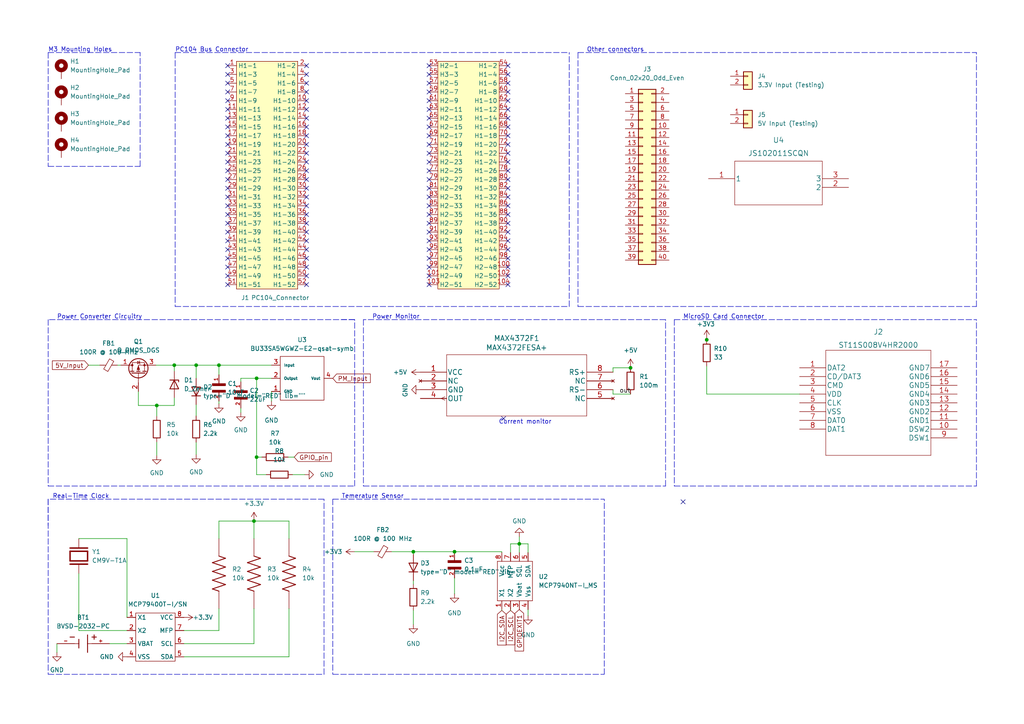
<source format=kicad_sch>
(kicad_sch (version 20211123) (generator eeschema)
  (paper "A4")
  (lib_symbols
    (symbol "BVSD-2032-PC:BVSD-2032-PC" (pin_names (offset 1.016) hide)
      (property "Reference" "BT" (at -3.81 3.81 0))
      (property "Value" "BVSD-2032-PC" (at -3.81 -5.08 0))
      (symbol "BVSD-2032-PC_0_0"
        (pin passive line (at -7.62 0 0) (length 5.08) (name "~") (number "+"))
        (pin passive line (at 7.62 0 180) (length 5.08) (name "~") (number "-"))
      )
    )
    (symbol "Buffer:ST11S008V4HR2000" (pin_names (offset 0.254))
      (property "Reference" "J" (at 22.86 10.16 0))
      (property "Value" "ST11S008V4HR2000" (at 22.86 7.62 0))
      (symbol "ST11S008V4HR2000_1_1"
        (pin bidirectional line (at 0 0 0) (length 7.62) (name "DAT2") (number "1"))
        (pin bidirectional line (at 45.72 -17.78 180) (length 7.62) (name "DSW2") (number "10"))
        (pin power_in line (at 45.72 -15.24 180) (length 7.62) (name "GND1") (number "11"))
        (pin power_in line (at 45.72 -12.7 180) (length 7.62) (name "GND2") (number "12"))
        (pin power_in line (at 45.72 -10.16 180) (length 7.62) (name "GND3") (number "13"))
        (pin power_in line (at 45.72 -7.62 180) (length 7.62) (name "GND4") (number "14"))
        (pin power_in line (at 45.72 -5.08 180) (length 7.62) (name "GND5") (number "15"))
        (pin power_in line (at 45.72 -2.54 180) (length 7.62) (name "GND6") (number "16"))
        (pin power_in line (at 45.72 0 180) (length 7.62) (name "GND7") (number "17"))
        (pin unspecified line (at 0 -2.54 0) (length 7.62) (name "CD/DAT3") (number "2"))
        (pin unspecified line (at 0 -5.08 0) (length 7.62) (name "CMD") (number "3"))
        (pin power_in line (at 0 -7.62 0) (length 7.62) (name "VDD") (number "4"))
        (pin unspecified line (at 0 -10.16 0) (length 7.62) (name "CLK") (number "5"))
        (pin power_in line (at 0 -12.7 0) (length 7.62) (name "VSS") (number "6"))
        (pin bidirectional line (at 0 -15.24 0) (length 7.62) (name "DAT0") (number "7"))
        (pin bidirectional line (at 0 -17.78 0) (length 7.62) (name "DAT1") (number "8"))
        (pin bidirectional line (at 45.72 -20.32 180) (length 7.62) (name "DSW1") (number "9"))
      )
    )
    (symbol "CM9V-T1A-32.768KHZ-9PF-20PPM-TA-QC:CM9V-T1A-32.768KHZ-9PF-20PPM-TA-QC" (pin_numbers hide) (pin_names (offset 1.016) hide)
      (property "Reference" "Y" (at -5.08 3.81 0))
      (property "Value" "CM9V-T1A-32.768KHZ-9PF-20PPM-TA-QC" (at -5.1054 -5.1054 0))
      (symbol "CM9V-T1A-32.768KHZ-9PF-20PPM-TA-QC_0_0"
        (pin passive line (at -5.08 0 0) (length 2.54) (name "~") (number "1"))
        (pin passive line (at 5.08 0 180) (length 2.54) (name "~") (number "2"))
      )
    )
    (symbol "Connector_Generic:Conn_01x02" (pin_names (offset 1.016) hide)
      (property "Reference" "J" (at 0 2.54 0))
      (property "Value" "Conn_01x02" (at 0 -5.08 0))
      (symbol "Conn_01x02_1_1"
        (pin passive line (at -5.08 0 0) (length 3.81) (name "Pin_1") (number "1"))
        (pin passive line (at -5.08 -2.54 0) (length 3.81) (name "Pin_2") (number "2"))
      )
    )
    (symbol "Connector_Generic:Conn_02x20_Odd_Even" (pin_names (offset 1.016) hide)
      (property "Reference" "J" (at 1.27 25.4 0))
      (property "Value" "Conn_02x20_Odd_Even" (at 1.27 -27.94 0))
      (symbol "Conn_02x20_Odd_Even_1_1"
        (pin passive line (at -5.08 22.86 0) (length 3.81) (name "Pin_1") (number "1"))
        (pin passive line (at 7.62 12.7 180) (length 3.81) (name "Pin_10") (number "10"))
        (pin passive line (at -5.08 10.16 0) (length 3.81) (name "Pin_11") (number "11"))
        (pin passive line (at 7.62 10.16 180) (length 3.81) (name "Pin_12") (number "12"))
        (pin passive line (at -5.08 7.62 0) (length 3.81) (name "Pin_13") (number "13"))
        (pin passive line (at 7.62 7.62 180) (length 3.81) (name "Pin_14") (number "14"))
        (pin passive line (at -5.08 5.08 0) (length 3.81) (name "Pin_15") (number "15"))
        (pin passive line (at 7.62 5.08 180) (length 3.81) (name "Pin_16") (number "16"))
        (pin passive line (at -5.08 2.54 0) (length 3.81) (name "Pin_17") (number "17"))
        (pin passive line (at 7.62 2.54 180) (length 3.81) (name "Pin_18") (number "18"))
        (pin passive line (at -5.08 0 0) (length 3.81) (name "Pin_19") (number "19"))
        (pin passive line (at 7.62 22.86 180) (length 3.81) (name "Pin_2") (number "2"))
        (pin passive line (at 7.62 0 180) (length 3.81) (name "Pin_20") (number "20"))
        (pin passive line (at -5.08 -2.54 0) (length 3.81) (name "Pin_21") (number "21"))
        (pin passive line (at 7.62 -2.54 180) (length 3.81) (name "Pin_22") (number "22"))
        (pin passive line (at -5.08 -5.08 0) (length 3.81) (name "Pin_23") (number "23"))
        (pin passive line (at 7.62 -5.08 180) (length 3.81) (name "Pin_24") (number "24"))
        (pin passive line (at -5.08 -7.62 0) (length 3.81) (name "Pin_25") (number "25"))
        (pin passive line (at 7.62 -7.62 180) (length 3.81) (name "Pin_26") (number "26"))
        (pin passive line (at -5.08 -10.16 0) (length 3.81) (name "Pin_27") (number "27"))
        (pin passive line (at 7.62 -10.16 180) (length 3.81) (name "Pin_28") (number "28"))
        (pin passive line (at -5.08 -12.7 0) (length 3.81) (name "Pin_29") (number "29"))
        (pin passive line (at -5.08 20.32 0) (length 3.81) (name "Pin_3") (number "3"))
        (pin passive line (at 7.62 -12.7 180) (length 3.81) (name "Pin_30") (number "30"))
        (pin passive line (at -5.08 -15.24 0) (length 3.81) (name "Pin_31") (number "31"))
        (pin passive line (at 7.62 -15.24 180) (length 3.81) (name "Pin_32") (number "32"))
        (pin passive line (at -5.08 -17.78 0) (length 3.81) (name "Pin_33") (number "33"))
        (pin passive line (at 7.62 -17.78 180) (length 3.81) (name "Pin_34") (number "34"))
        (pin passive line (at -5.08 -20.32 0) (length 3.81) (name "Pin_35") (number "35"))
        (pin passive line (at 7.62 -20.32 180) (length 3.81) (name "Pin_36") (number "36"))
        (pin passive line (at -5.08 -22.86 0) (length 3.81) (name "Pin_37") (number "37"))
        (pin passive line (at 7.62 -22.86 180) (length 3.81) (name "Pin_38") (number "38"))
        (pin passive line (at -5.08 -25.4 0) (length 3.81) (name "Pin_39") (number "39"))
        (pin passive line (at 7.62 20.32 180) (length 3.81) (name "Pin_4") (number "4"))
        (pin passive line (at 7.62 -25.4 180) (length 3.81) (name "Pin_40") (number "40"))
        (pin passive line (at -5.08 17.78 0) (length 3.81) (name "Pin_5") (number "5"))
        (pin passive line (at 7.62 17.78 180) (length 3.81) (name "Pin_6") (number "6"))
        (pin passive line (at -5.08 15.24 0) (length 3.81) (name "Pin_7") (number "7"))
        (pin passive line (at 7.62 15.24 180) (length 3.81) (name "Pin_8") (number "8"))
        (pin passive line (at -5.08 12.7 0) (length 3.81) (name "Pin_9") (number "9"))
      )
    )
    (symbol "Daughterboard_Symbols:CL10B104KB8NNNL" (pin_names (offset 1.016) hide)
      (property "Reference" "C" (at 0 3.81 0))
      (property "Value" "CL10B104KB8NNNL" (at 0 -5.08 0))
      (symbol "CL10B104KB8NNNL_0_0"
        (pin passive line (at -2.54 0 0) (length 2.54) (name "~") (number "1"))
        (pin passive line (at 5.08 0 180) (length 2.54) (name "~") (number "2"))
      )
    )
    (symbol "Daughterboard_Symbols:JS102011SCQN" (pin_names (offset 0.254))
      (property "Reference" "U" (at 20.32 10.16 0))
      (property "Value" "JS102011SCQN" (at 20.32 7.62 0))
      (symbol "JS102011SCQN_1_1"
        (pin unspecified line (at 0 0 0) (length 7.62) (name "1") (number "1"))
        (pin unspecified line (at 40.64 -2.54 180) (length 7.62) (name "2") (number "2"))
        (pin unspecified line (at 40.64 0 180) (length 7.62) (name "3") (number "3"))
      )
    )
    (symbol "Device:D_Zener" (pin_numbers hide) (pin_names (offset 1.016) hide)
      (property "Reference" "D" (at 0 2.54 0))
      (property "Value" "D_Zener" (at 0 -2.54 0))
      (symbol "D_Zener_1_1"
        (pin passive line (at -3.81 0 0) (length 2.54) (name "K") (number "1"))
        (pin passive line (at 3.81 0 180) (length 2.54) (name "A") (number "2"))
      )
    )
    (symbol "Device:FerriteBead_Small" (pin_numbers hide) (pin_names (offset 0))
      (property "Reference" "FB" (at 1.905 1.27 0))
      (property "Value" "FerriteBead_Small" (at 1.905 -1.27 0))
      (symbol "FerriteBead_Small_1_1"
        (pin passive line (at 0 2.54 270) (length 1.27) (name "~") (number "1"))
        (pin passive line (at 0 -2.54 90) (length 1.27) (name "~") (number "2"))
      )
    )
    (symbol "Device:Q_PMOS_DGS" (pin_names (offset 0) hide)
      (property "Reference" "Q" (at 5.08 1.27 0))
      (property "Value" "Q_PMOS_DGS" (at 5.08 -1.27 0))
      (symbol "Q_PMOS_DGS_1_1"
        (pin passive line (at 2.54 5.08 270) (length 2.54) (name "D") (number "1"))
        (pin input line (at -5.08 0 0) (length 2.54) (name "G") (number "2"))
        (pin passive line (at 2.54 -5.08 90) (length 2.54) (name "S") (number "3"))
      )
    )
    (symbol "Device:R" (pin_numbers hide) (pin_names (offset 0))
      (property "Reference" "R" (at 2.032 0 90))
      (property "Value" "R" (at 0 0 90))
      (symbol "R_1_1"
        (pin passive line (at 0 3.81 270) (length 1.27) (name "~") (number "1"))
        (pin passive line (at 0 -3.81 90) (length 1.27) (name "~") (number "2"))
      )
    )
    (symbol "ESR03EZPF1002:ESR03EZPF1002" (pin_numbers hide) (pin_names (offset 1.016) hide)
      (property "Reference" "R" (at -7.62 2.54 0))
      (property "Value" "ESR03EZPF1002" (at -7.62 -5.08 0))
      (symbol "ESR03EZPF1002_0_0"
        (pin passive line (at -10.16 0 0) (length 5.08) (name "~") (number "1"))
        (pin passive line (at 10.16 0 180) (length 5.08) (name "~") (number "2"))
      )
    )
    (symbol "Imported_OBC_Library:+3.3V" (power) (pin_names (offset 0))
      (property "Value" "+3.3V" (at 0 3.556 0))
      (symbol "+3.3V_1_1"
        (pin power_in line (at 0 0 90) (length 0) hide (name "+3V3") (number "1"))
      )
    )
    (symbol "Imported_OBC_Library:BU33SA5WGWZ-E2-qsat-symb" (pin_names (offset 1.016))
      (property "Reference" "U" (at 0 -16.51 0))
      (property "Value" "BU33SA5WGWZ-E2-qsat-symb" (at 0 15.24 0))
      (symbol "BU33SA5WGWZ-E2-qsat-symb_1_1"
        (pin output line (at 3.81 -8.89 90) (length 2.54) (name "GND") (number "1"))
        (pin output line (at 0 -8.89 90) (length 2.54) (name "Output") (number "2"))
        (pin input line (at -3.81 -8.89 90) (length 2.54) (name "Input") (number "3"))
        (pin output line (at 0 8.89 270) (length 2.54) (name "Vout") (number "4"))
      )
    )
    (symbol "Imported_OBC_Library:MCP7940NT-I_MS" (pin_names (offset 1.016))
      (property "Reference" "U" (at 0 -15.24 0))
      (property "Value" "MCP7940NT-I_MS" (at 0 13.97 0))
      (symbol "MCP7940NT-I_MS_1_1"
        (pin input line (at -3.81 -8.89 90) (length 2.54) (name "X1") (number "1"))
        (pin output line (at -1.27 -8.89 90) (length 2.54) (name "X2") (number "2"))
        (pin input line (at 1.27 -8.89 90) (length 2.54) (name "Vbat") (number "3"))
        (pin output line (at 3.81 -8.89 90) (length 2.54) (name "Vss") (number "4"))
        (pin output line (at 3.81 7.62 270) (length 2.54) (name "SDA") (number "5"))
        (pin output line (at 1.27 7.62 270) (length 2.54) (name "SCL") (number "6"))
        (pin output line (at -1.27 7.62 270) (length 2.54) (name "MFP") (number "7"))
        (pin input line (at -3.81 7.62 270) (length 2.54) (name "Vcc") (number "8"))
      )
    )
    (symbol "Imported_OBC_Library:power_+3V3" (power) (pin_names (offset 0))
      (property "Value" "power_+3V3" (at 0 3.556 0))
      (symbol "power_+3V3_1_1"
        (pin power_in line (at 0 0 90) (length 0) hide (name "+3V3") (number "1"))
      )
    )
    (symbol "Mechanical:MountingHole_Pad" (pin_numbers hide) (pin_names (offset 1.016) hide)
      (property "Reference" "H" (at 0 6.35 0))
      (property "Value" "MountingHole_Pad" (at 0 4.445 0))
      (symbol "MountingHole_Pad_1_1"
        (pin input line (at 0 -2.54 90) (length 2.54) (name "1") (number "1"))
      )
    )
    (symbol "STM32_Breakout-rescue:MAX4372FESA+-MAX4372FESA+" (pin_names (offset 0.254))
      (property "Reference" "U" (at 27.94 10.16 0))
      (property "Value" "MAX4372FESA+-MAX4372FESA+" (at 27.94 7.62 0))
      (symbol "MAX4372FESA+-MAX4372FESA+_1_1"
        (pin power_in line (at 0 0 0) (length 7.62) (name "VCC") (number "1"))
        (pin no_connect line (at 0 -2.54 0) (length 7.62) (name "NC") (number "2"))
        (pin power_in line (at 0 -5.08 0) (length 7.62) (name "GND") (number "3"))
        (pin output line (at 0 -7.62 0) (length 7.62) (name "OUT") (number "4"))
        (pin no_connect line (at 55.88 -7.62 180) (length 7.62) (name "NC") (number "5"))
        (pin unspecified line (at 55.88 -5.08 180) (length 7.62) (name "RS-") (number "6"))
        (pin no_connect line (at 55.88 -2.54 180) (length 7.62) (name "NC") (number "7"))
        (pin unspecified line (at 55.88 0 180) (length 7.62) (name "RS+") (number "8"))
      )
    )
    (symbol "Simulation_SPICE:DIODE" (pin_numbers hide) (pin_names (offset 1.016) hide)
      (property "Reference" "D" (at 0 2.54 0))
      (property "Value" "DIODE" (at 0 -2.54 0))
      (symbol "DIODE_1_1"
        (pin passive line (at -3.81 0 0) (length 2.54) (name "A") (number "1"))
        (pin passive line (at 3.81 0 180) (length 2.54) (name "K") (number "2"))
      )
    )
    (symbol "Timer_RTC:MCP79400T-I{slash}SN"
      (property "Reference" "U" (at 2.54 -3.81 0))
      (property "Value" "MCP79400T-I{slash}SN" (at 2.54 -1.27 0))
      (symbol "MCP79400T-I{slash}SN_1_1"
        (pin input line (at -6.35 -6.35 0) (length 2.54) (name "X1") (number "1"))
        (pin output line (at -6.35 -10.16 0) (length 2.54) (name "X2") (number "2"))
        (pin input line (at -6.35 -13.97 0) (length 2.54) (name "VBAT") (number "3"))
        (pin output line (at -6.35 -17.78 0) (length 2.54) (name "VSS") (number "4"))
        (pin bidirectional line (at 10.16 -17.78 180) (length 2.54) (name "SDA") (number "5"))
        (pin input line (at 10.16 -13.97 180) (length 2.54) (name "SCL") (number "6"))
        (pin output line (at 10.16 -10.16 180) (length 2.54) (name "MFP") (number "7"))
        (pin bidirectional line (at 10.16 -6.35 180) (length 2.54) (name "VCC") (number "8"))
      )
    )
    (symbol "power:+3.3V" (power) (pin_names (offset 0))
      (property "Value" "+3.3V" (at 0 3.556 0))
      (symbol "+3.3V_1_1"
        (pin power_in line (at 0 0 90) (length 0) hide (name "+3.3V") (number "1"))
      )
    )
    (symbol "power:+5V" (power) (pin_names (offset 0))
      (property "Value" "+5V" (at 0 3.556 0))
      (symbol "+5V_1_1"
        (pin power_in line (at 0 0 90) (length 0) hide (name "+5V") (number "1"))
      )
    )
    (symbol "power:GND" (power) (pin_names (offset 0))
      (property "Value" "GND" (at 0 -3.81 0))
      (symbol "GND_1_1"
        (pin power_in line (at 0 0 270) (length 0) hide (name "GND") (number "1"))
      )
    )
    (symbol "qset-connector-library:PC104_Connector"
      (property "Reference" "J" (at -36.83 -71.12 0))
      (property "Value" "PC104_Connector" (at -26.67 -71.12 0))
      (symbol "PC104_Connector_1_1"
        (pin bidirectional line (at -40.64 -3.81 0) (length 2.54) (name "H1-1") (number "1"))
        (pin bidirectional line (at -17.78 -13.97 180) (length 2.54) (name "H1-10") (number "10"))
        (pin bidirectional line (at 40.64 -62.23 180) (length 2.54) (name "H2-48") (number "100"))
        (pin bidirectional line (at 17.78 -64.77 0) (length 2.54) (name "H2-49") (number "101"))
        (pin bidirectional line (at 40.64 -64.77 180) (length 2.54) (name "H2-50") (number "102"))
        (pin bidirectional line (at 17.78 -67.31 0) (length 2.54) (name "H2-51") (number "103"))
        (pin bidirectional line (at 40.64 -67.31 180) (length 2.54) (name "H2-52") (number "104"))
        (pin bidirectional line (at -40.64 -16.51 0) (length 2.54) (name "H1-11") (number "11"))
        (pin bidirectional line (at -17.78 -16.51 180) (length 2.54) (name "H1-12") (number "12"))
        (pin bidirectional line (at -40.64 -19.05 0) (length 2.54) (name "H1-13") (number "13"))
        (pin bidirectional line (at -17.78 -19.05 180) (length 2.54) (name "H1-14") (number "14"))
        (pin bidirectional line (at -40.64 -21.59 0) (length 2.54) (name "H1-15") (number "15"))
        (pin bidirectional line (at -17.78 -21.59 180) (length 2.54) (name "H1-16") (number "16"))
        (pin bidirectional line (at -40.64 -24.13 0) (length 2.54) (name "H1-17") (number "17"))
        (pin bidirectional line (at -17.78 -24.13 180) (length 2.54) (name "H1-18") (number "18"))
        (pin bidirectional line (at -40.64 -26.67 0) (length 2.54) (name "H1-19") (number "19"))
        (pin bidirectional line (at -17.78 -3.81 180) (length 2.54) (name "H1-2") (number "2"))
        (pin bidirectional line (at -17.78 -26.67 180) (length 2.54) (name "H1-20") (number "20"))
        (pin bidirectional line (at -40.64 -29.21 0) (length 2.54) (name "H1-21") (number "21"))
        (pin bidirectional line (at -17.78 -29.21 180) (length 2.54) (name "H1-22") (number "22"))
        (pin bidirectional line (at -40.64 -31.75 0) (length 2.54) (name "H1-23") (number "23"))
        (pin bidirectional line (at -17.78 -31.75 180) (length 2.54) (name "H1-24") (number "24"))
        (pin bidirectional line (at -40.64 -34.29 0) (length 2.54) (name "H1-25") (number "25"))
        (pin bidirectional line (at -17.78 -34.29 180) (length 2.54) (name "H1-26") (number "26"))
        (pin bidirectional line (at -40.64 -36.83 0) (length 2.54) (name "H1-27") (number "27"))
        (pin bidirectional line (at -17.78 -36.83 180) (length 2.54) (name "H1-28") (number "28"))
        (pin bidirectional line (at -40.64 -39.37 0) (length 2.54) (name "H1-29") (number "29"))
        (pin bidirectional line (at -40.64 -6.35 0) (length 2.54) (name "H1-3") (number "3"))
        (pin bidirectional line (at -17.78 -39.37 180) (length 2.54) (name "H1-30") (number "30"))
        (pin bidirectional line (at -40.64 -41.91 0) (length 2.54) (name "H1-31") (number "31"))
        (pin bidirectional line (at -17.78 -41.91 180) (length 2.54) (name "H1-32") (number "32"))
        (pin bidirectional line (at -40.64 -44.45 0) (length 2.54) (name "H1-33") (number "33"))
        (pin bidirectional line (at -17.78 -44.45 180) (length 2.54) (name "H1-34") (number "34"))
        (pin bidirectional line (at -40.64 -46.99 0) (length 2.54) (name "H1-35") (number "35"))
        (pin bidirectional line (at -17.78 -46.99 180) (length 2.54) (name "H1-36") (number "36"))
        (pin bidirectional line (at -40.64 -49.53 0) (length 2.54) (name "H1-37") (number "37"))
        (pin bidirectional line (at -17.78 -49.53 180) (length 2.54) (name "H1-38") (number "38"))
        (pin bidirectional line (at -40.64 -52.07 0) (length 2.54) (name "H1-39") (number "39"))
        (pin bidirectional line (at -17.78 -6.35 180) (length 2.54) (name "H1-4") (number "4"))
        (pin bidirectional line (at -17.78 -52.07 180) (length 2.54) (name "H1-40") (number "40"))
        (pin bidirectional line (at -40.64 -54.61 0) (length 2.54) (name "H1-41") (number "41"))
        (pin bidirectional line (at -17.78 -54.61 180) (length 2.54) (name "H1-42") (number "42"))
        (pin bidirectional line (at -40.64 -57.15 0) (length 2.54) (name "H1-43") (number "43"))
        (pin bidirectional line (at -17.78 -57.15 180) (length 2.54) (name "H1-44") (number "44"))
        (pin bidirectional line (at -40.64 -59.69 0) (length 2.54) (name "H1-45") (number "45"))
        (pin bidirectional line (at -17.78 -59.69 180) (length 2.54) (name "H1-46") (number "46"))
        (pin bidirectional line (at -40.64 -62.23 0) (length 2.54) (name "H1-47") (number "47"))
        (pin bidirectional line (at -17.78 -62.23 180) (length 2.54) (name "H1-48") (number "48"))
        (pin bidirectional line (at -40.64 -64.77 0) (length 2.54) (name "H1-49") (number "49"))
        (pin bidirectional line (at -40.64 -8.89 0) (length 2.54) (name "H1-5") (number "5"))
        (pin bidirectional line (at -17.78 -64.77 180) (length 2.54) (name "H1-50") (number "50"))
        (pin bidirectional line (at -40.64 -67.31 0) (length 2.54) (name "H1-51") (number "51"))
        (pin bidirectional line (at -17.78 -67.31 180) (length 2.54) (name "H1-52") (number "52"))
        (pin bidirectional line (at 17.78 -3.81 0) (length 2.54) (name "H2-1") (number "53"))
        (pin bidirectional line (at 40.64 -3.81 180) (length 2.54) (name "H1-2") (number "54"))
        (pin bidirectional line (at 17.78 -6.35 0) (length 2.54) (name "H3-3") (number "55"))
        (pin bidirectional line (at 40.64 -6.35 180) (length 2.54) (name "H1-4") (number "56"))
        (pin bidirectional line (at 17.78 -8.89 0) (length 2.54) (name "H2-5") (number "57"))
        (pin bidirectional line (at 40.64 -8.89 180) (length 2.54) (name "H1-6") (number "58"))
        (pin bidirectional line (at 17.78 -11.43 0) (length 2.54) (name "H2-7") (number "59"))
        (pin bidirectional line (at -17.78 -8.89 180) (length 2.54) (name "H1-6") (number "6"))
        (pin bidirectional line (at 40.64 -11.43 180) (length 2.54) (name "H1-8") (number "60"))
        (pin bidirectional line (at 17.78 -13.97 0) (length 2.54) (name "H2-9") (number "61"))
        (pin bidirectional line (at 40.64 -13.97 180) (length 2.54) (name "H1-10") (number "62"))
        (pin bidirectional line (at 17.78 -16.51 0) (length 2.54) (name "H2-11") (number "63"))
        (pin bidirectional line (at 40.64 -16.51 180) (length 2.54) (name "H1-12") (number "64"))
        (pin bidirectional line (at 17.78 -19.05 0) (length 2.54) (name "H2-13") (number "65"))
        (pin bidirectional line (at 40.64 -19.05 180) (length 2.54) (name "H1-14") (number "66"))
        (pin bidirectional line (at 17.78 -21.59 0) (length 2.54) (name "H2-15") (number "67"))
        (pin bidirectional line (at 40.64 -21.59 180) (length 2.54) (name "H1-16") (number "68"))
        (pin bidirectional line (at 17.78 -24.13 0) (length 2.54) (name "H2-17") (number "69"))
        (pin bidirectional line (at -40.64 -11.43 0) (length 2.54) (name "H1-7") (number "7"))
        (pin bidirectional line (at 40.64 -24.13 180) (length 2.54) (name "H1-18") (number "70"))
        (pin bidirectional line (at 17.78 -26.67 0) (length 2.54) (name "H2-19") (number "71"))
        (pin bidirectional line (at 40.64 -26.67 180) (length 2.54) (name "H1-20") (number "72"))
        (pin bidirectional line (at 17.78 -29.21 0) (length 2.54) (name "H2-21") (number "73"))
        (pin bidirectional line (at 40.64 -29.21 180) (length 2.54) (name "H1-22") (number "74"))
        (pin bidirectional line (at 17.78 -31.75 0) (length 2.54) (name "H2-23") (number "75"))
        (pin bidirectional line (at 40.64 -31.75 180) (length 2.54) (name "H1-24") (number "76"))
        (pin bidirectional line (at 17.78 -34.29 0) (length 2.54) (name "H2-25") (number "77"))
        (pin bidirectional line (at 40.64 -34.29 180) (length 2.54) (name "H1-26") (number "78"))
        (pin bidirectional line (at 17.78 -36.83 0) (length 2.54) (name "H2-27") (number "79"))
        (pin bidirectional line (at -17.78 -11.43 180) (length 2.54) (name "H1-8") (number "8"))
        (pin bidirectional line (at 40.64 -36.83 180) (length 2.54) (name "H1-28") (number "80"))
        (pin bidirectional line (at 17.78 -39.37 0) (length 2.54) (name "H2-29") (number "81"))
        (pin bidirectional line (at 40.64 -39.37 180) (length 2.54) (name "H1-30") (number "82"))
        (pin bidirectional line (at 17.78 -41.91 0) (length 2.54) (name "H2-31") (number "83"))
        (pin bidirectional line (at 40.64 -41.91 180) (length 2.54) (name "H1-32") (number "84"))
        (pin bidirectional line (at 17.78 -44.45 0) (length 2.54) (name "H2-33") (number "85"))
        (pin bidirectional line (at 40.64 -44.45 180) (length 2.54) (name "H1-34") (number "86"))
        (pin bidirectional line (at 17.78 -46.99 0) (length 2.54) (name "H2-35") (number "87"))
        (pin bidirectional line (at 40.64 -46.99 180) (length 2.54) (name "H1-36") (number "88"))
        (pin bidirectional line (at 17.78 -49.53 0) (length 2.54) (name "H2-37") (number "89"))
        (pin bidirectional line (at -40.64 -13.97 0) (length 2.54) (name "H1-9") (number "9"))
        (pin bidirectional line (at 40.64 -49.53 180) (length 2.54) (name "H1-38") (number "90"))
        (pin bidirectional line (at 17.78 -52.07 0) (length 2.54) (name "H2-39") (number "91"))
        (pin bidirectional line (at 40.64 -52.07 180) (length 2.54) (name "H1-40") (number "92"))
        (pin bidirectional line (at 17.78 -54.61 0) (length 2.54) (name "H2-41") (number "93"))
        (pin bidirectional line (at 40.64 -54.61 180) (length 2.54) (name "H1-42") (number "94"))
        (pin bidirectional line (at 17.78 -57.15 0) (length 2.54) (name "H2-43") (number "95"))
        (pin bidirectional line (at 40.64 -57.15 180) (length 2.54) (name "H1-44") (number "96"))
        (pin bidirectional line (at 17.78 -59.69 0) (length 2.54) (name "H2-45") (number "97"))
        (pin bidirectional line (at 40.64 -59.69 180) (length 2.54) (name "H2-46") (number "98"))
        (pin bidirectional line (at 17.78 -62.23 0) (length 2.54) (name "H2-47") (number "99"))
      )
    )
  )
  (junction (at 119.888 160.02))
  (junction (at 50.546 105.918))
  (junction (at 74.422 132.588))
  (junction (at 73.66 151.13))
  (junction (at 56.896 105.918))
  (junction (at 182.88 106.68))
  (junction (at 74.422 109.728))
  (junction (at 150.622 157.734))
  (junction (at 45.466 117.602))
  (junction (at 204.978 98.552))
  (junction (at 131.826 160.02))
  (junction (at 63.5 105.918))
  (no_connect (at 198.12 145.542))
  (no_connect (at 66.04 29.21))
  (no_connect (at 66.04 31.75))
  (no_connect (at 66.04 46.99))
  (no_connect (at 66.04 19.05))
  (no_connect (at 66.04 21.59))
  (no_connect (at 66.04 24.13))
  (no_connect (at 66.04 26.67))
  (no_connect (at 66.04 34.29))
  (no_connect (at 66.04 36.83))
  (no_connect (at 66.04 39.37))
  (no_connect (at 66.04 41.91))
  (no_connect (at 66.04 44.45))
  (no_connect (at 66.04 59.69))
  (no_connect (at 66.04 62.23))
  (no_connect (at 66.04 64.77))
  (no_connect (at 66.04 67.31))
  (no_connect (at 66.04 69.85))
  (no_connect (at 66.04 72.39))
  (no_connect (at 66.04 74.93))
  (no_connect (at 66.04 77.47))
  (no_connect (at 66.04 80.01))
  (no_connect (at 66.04 82.55))
  (no_connect (at 88.9 82.55))
  (no_connect (at 88.9 80.01))
  (no_connect (at 88.9 77.47))
  (no_connect (at 88.9 74.93))
  (no_connect (at 88.9 72.39))
  (no_connect (at 88.9 69.85))
  (no_connect (at 88.9 67.31))
  (no_connect (at 88.9 64.77))
  (no_connect (at 88.9 62.23))
  (no_connect (at 88.9 59.69))
  (no_connect (at 66.04 49.53))
  (no_connect (at 66.04 52.07))
  (no_connect (at 66.04 54.61))
  (no_connect (at 66.04 57.15))
  (no_connect (at 88.9 57.15))
  (no_connect (at 88.9 54.61))
  (no_connect (at 88.9 52.07))
  (no_connect (at 88.9 49.53))
  (no_connect (at 88.9 46.99))
  (no_connect (at 88.9 44.45))
  (no_connect (at 88.9 41.91))
  (no_connect (at 88.9 36.83))
  (no_connect (at 88.9 39.37))
  (no_connect (at 88.9 19.05))
  (no_connect (at 88.9 21.59))
  (no_connect (at 88.9 24.13))
  (no_connect (at 88.9 26.67))
  (no_connect (at 88.9 29.21))
  (no_connect (at 88.9 31.75))
  (no_connect (at 88.9 34.29))
  (no_connect (at 124.46 31.75))
  (no_connect (at 124.46 19.05))
  (no_connect (at 124.46 21.59))
  (no_connect (at 124.46 24.13))
  (no_connect (at 124.46 26.67))
  (no_connect (at 124.46 29.21))
  (no_connect (at 124.46 34.29))
  (no_connect (at 124.46 36.83))
  (no_connect (at 124.46 39.37))
  (no_connect (at 124.46 41.91))
  (no_connect (at 124.46 44.45))
  (no_connect (at 124.46 46.99))
  (no_connect (at 124.46 49.53))
  (no_connect (at 124.46 52.07))
  (no_connect (at 124.46 54.61))
  (no_connect (at 124.46 57.15))
  (no_connect (at 124.46 59.69))
  (no_connect (at 124.46 62.23))
  (no_connect (at 124.46 64.77))
  (no_connect (at 124.46 67.31))
  (no_connect (at 124.46 69.85))
  (no_connect (at 124.46 72.39))
  (no_connect (at 124.46 74.93))
  (no_connect (at 124.46 77.47))
  (no_connect (at 124.46 80.01))
  (no_connect (at 124.46 82.55))
  (no_connect (at 147.32 82.55))
  (no_connect (at 147.32 80.01))
  (no_connect (at 147.32 77.47))
  (no_connect (at 147.32 74.93))
  (no_connect (at 147.32 72.39))
  (no_connect (at 147.32 69.85))
  (no_connect (at 147.32 67.31))
  (no_connect (at 147.32 64.77))
  (no_connect (at 147.32 62.23))
  (no_connect (at 147.32 59.69))
  (no_connect (at 147.32 57.15))
  (no_connect (at 147.32 54.61))
  (no_connect (at 147.32 52.07))
  (no_connect (at 146.05 121.412))
  (no_connect (at 147.32 29.21))
  (no_connect (at 147.32 19.05))
  (no_connect (at 147.32 21.59))
  (no_connect (at 147.32 24.13))
  (no_connect (at 147.32 26.67))
  (no_connect (at 147.32 49.53))
  (no_connect (at 147.32 46.99))
  (no_connect (at 147.32 44.45))
  (no_connect (at 147.32 41.91))
  (no_connect (at 147.32 39.37))
  (no_connect (at 147.32 36.83))
  (no_connect (at 147.32 34.29))
  (no_connect (at 147.32 31.75))
  (polyline (pts (xy 195.58 92.71) (xy 195.58 140.97)))
  (wire (pts (xy 56.896 117.348) (xy 56.896 120.65)))
  (wire (pts (xy 182.88 106.68) (xy 177.8 106.68)))
  (wire (pts (xy 36.83 156.21) (xy 22.86 156.21)))
  (wire (pts (xy 177.8 114.3) (xy 182.88 114.3)))
  (wire (pts (xy 177.8 113.03) (xy 177.8 114.3)))
  (polyline (pts (xy 167.64 88.9) (xy 283.21 88.9)))
  (wire (pts (xy 56.896 105.918) (xy 63.5 105.918)))
  (wire (pts (xy 74.422 132.588) (xy 74.422 137.668)))
  (polyline (pts (xy 50.8 15.24) (xy 50.8 88.9)))
  (wire (pts (xy 119.888 177.038) (xy 119.888 181.102)))
  (wire (pts (xy 153.162 157.734) (xy 150.622 157.734)))
  (polyline (pts (xy 195.58 92.71) (xy 283.21 92.71)))
  (wire (pts (xy 53.34 182.88) (xy 63.5 182.88)))
  (wire (pts (xy 34.036 105.918) (xy 35.052 105.918)))
  (wire (pts (xy 204.978 98.298) (xy 204.978 98.552)))
  (wire (pts (xy 177.8 106.68) (xy 177.8 107.95)))
  (polyline (pts (xy 13.97 92.71) (xy 13.97 140.97)))
  (polyline (pts (xy 175.26 195.58) (xy 175.26 144.78)))
  (wire (pts (xy 78.74 113.538) (xy 78.74 116.332)))
  (wire (pts (xy 22.86 182.88) (xy 36.83 182.88)))
  (wire (pts (xy 150.622 157.734) (xy 150.622 160.274)))
  (polyline (pts (xy 102.87 140.97) (xy 102.87 92.71)))
  (wire (pts (xy 56.896 128.27) (xy 56.896 131.826)))
  (wire (pts (xy 63.5 105.918) (xy 78.74 105.918)))
  (polyline (pts (xy 13.97 15.24) (xy 13.97 48.26)))
  (polyline (pts (xy 193.04 140.97) (xy 193.04 92.71)))
  (wire (pts (xy 45.212 105.918) (xy 50.546 105.918)))
  (wire (pts (xy 63.5 116.332) (xy 63.5 117.094)))
  (polyline (pts (xy 102.87 92.71) (xy 99.06 92.71)))
  (wire (pts (xy 63.5 156.21) (xy 63.5 151.13)))
  (polyline (pts (xy 50.8 88.9) (xy 165.1 88.9)))
  (wire (pts (xy 16.51 186.69) (xy 16.51 189.23)))
  (wire (pts (xy 153.162 176.784) (xy 153.162 178.562)))
  (wire (pts (xy 119.888 160.02) (xy 119.888 160.782)))
  (polyline (pts (xy 40.64 48.26) (xy 40.64 15.24)))
  (wire (pts (xy 148.082 176.784) (xy 148.082 177.038)))
  (wire (pts (xy 56.896 105.918) (xy 56.896 109.728)))
  (wire (pts (xy 73.66 186.69) (xy 73.66 176.53)))
  (polyline (pts (xy 102.87 92.71) (xy 13.97 92.71)))
  (wire (pts (xy 45.466 117.602) (xy 50.546 117.602)))
  (polyline (pts (xy 96.52 195.58) (xy 175.26 195.58)))
  (wire (pts (xy 83.566 132.588) (xy 85.344 132.588)))
  (wire (pts (xy 74.422 132.588) (xy 75.946 132.588)))
  (polyline (pts (xy 93.98 144.78) (xy 13.97 144.78)))
  (wire (pts (xy 119.888 160.02) (xy 131.318 160.02)))
  (wire (pts (xy 63.5 176.53) (xy 63.5 182.88)))
  (polyline (pts (xy 283.21 140.97) (xy 283.21 92.71)))
  (wire (pts (xy 36.83 179.07) (xy 36.83 156.21)))
  (wire (pts (xy 131.826 167.64) (xy 131.826 172.212)))
  (wire (pts (xy 113.538 160.02) (xy 119.888 160.02)))
  (wire (pts (xy 148.082 160.274) (xy 148.082 157.734)))
  (wire (pts (xy 73.66 151.13) (xy 73.66 156.21)))
  (wire (pts (xy 31.75 186.69) (xy 36.83 186.69)))
  (polyline (pts (xy 167.64 15.24) (xy 167.64 88.9)))
  (wire (pts (xy 40.132 113.538) (xy 40.132 117.602)))
  (polyline (pts (xy 167.64 15.24) (xy 283.21 15.24)))
  (wire (pts (xy 102.87 160.02) (xy 108.458 160.02)))
  (wire (pts (xy 50.546 105.918) (xy 50.546 107.696)))
  (wire (pts (xy 84.836 137.668) (xy 88.392 137.668)))
  (wire (pts (xy 22.86 166.37) (xy 22.86 182.88)))
  (wire (pts (xy 53.34 190.5) (xy 83.82 190.5)))
  (wire (pts (xy 69.85 109.728) (xy 69.85 110.744)))
  (polyline (pts (xy 105.41 140.97) (xy 193.04 140.97)))
  (polyline (pts (xy 283.21 88.9) (xy 283.21 15.24)))
  (wire (pts (xy 145.542 176.784) (xy 145.542 177.038)))
  (wire (pts (xy 145.542 160.02) (xy 145.542 160.274)))
  (wire (pts (xy 204.978 114.3) (xy 231.902 114.3)))
  (wire (pts (xy 74.422 137.668) (xy 77.216 137.668)))
  (polyline (pts (xy 13.97 140.97) (xy 102.87 140.97)))
  (wire (pts (xy 83.82 156.21) (xy 83.82 151.13)))
  (polyline (pts (xy 13.97 48.26) (xy 40.64 48.26)))
  (polyline (pts (xy 193.04 92.71) (xy 105.41 92.71)))
  (wire (pts (xy 53.34 186.69) (xy 73.66 186.69)))
  (wire (pts (xy 131.826 160.02) (xy 145.542 160.02)))
  (wire (pts (xy 69.85 118.364) (xy 69.85 119.634)))
  (polyline (pts (xy 96.52 144.78) (xy 175.26 144.78)))
  (wire (pts (xy 74.422 109.728) (xy 74.422 132.588)))
  (polyline (pts (xy 13.97 144.78) (xy 13.97 152.4)))
  (wire (pts (xy 25.654 105.918) (xy 28.956 105.918)))
  (wire (pts (xy 45.466 117.602) (xy 45.466 120.65)))
  (wire (pts (xy 204.978 98.552) (xy 204.978 98.806)))
  (polyline (pts (xy 93.98 195.58) (xy 93.98 144.78)))
  (polyline (pts (xy 13.97 144.78) (xy 13.97 195.58)))
  (wire (pts (xy 73.66 151.13) (xy 83.82 151.13)))
  (wire (pts (xy 74.422 109.728) (xy 69.85 109.728)))
  (wire (pts (xy 50.546 105.918) (xy 56.896 105.918)))
  (wire (pts (xy 40.132 117.602) (xy 45.466 117.602)))
  (wire (pts (xy 131.572 160.02) (xy 131.826 160.02)))
  (wire (pts (xy 63.5 105.918) (xy 63.5 108.712)))
  (wire (pts (xy 148.082 157.734) (xy 150.622 157.734)))
  (wire (pts (xy 153.162 160.274) (xy 153.162 157.734)))
  (wire (pts (xy 63.5 151.13) (xy 73.66 151.13)))
  (polyline (pts (xy 96.52 144.78) (xy 96.52 195.58)))
  (polyline (pts (xy 13.97 195.58) (xy 93.98 195.58)))
  (wire (pts (xy 50.546 115.316) (xy 50.546 117.602)))
  (polyline (pts (xy 105.41 92.71) (xy 105.41 140.97)))
  (polyline (pts (xy 50.8 15.24) (xy 165.1 15.24)))
  (polyline (pts (xy 165.1 88.9) (xy 165.1 15.24)))
  (wire (pts (xy 45.466 128.27) (xy 45.466 132.08)))
  (polyline (pts (xy 13.97 15.24) (xy 40.64 15.24)))
  (wire (pts (xy 78.74 109.728) (xy 74.422 109.728)))
  (wire (pts (xy 83.82 176.53) (xy 83.82 190.5)))
  (polyline (pts (xy 195.58 140.97) (xy 283.21 140.97)))
  (wire (pts (xy 204.978 106.172) (xy 204.978 114.3)))
  (wire (pts (xy 119.888 168.402) (xy 119.888 169.418)))
  (wire (pts (xy 150.622 155.702) (xy 150.622 157.734)))
  (text "M3 Mounting Holes\n" (at 13.97 15.24 0) (effects (font (size 1.27 1.27)) (justify left bottom)))
  (text "Current monitor\n" (at 160.02 123.19 180) (effects (font (size 1.27 1.27)) (justify right bottom)))
  (text "Other connectors" (at 170.18 15.24 0) (effects (font (size 1.27 1.27)) (justify left bottom)))
  (text "Temerature Sensor" (at 99.06 144.78 0) (effects (font (size 1.27 1.27)) (justify left bottom)))
  (text "Power Monitor" (at 107.95 92.71 0) (effects (font (size 1.27 1.27)) (justify left bottom)))
  (text "MicroSD Card Connector" (at 198.12 92.71 0) (effects (font (size 1.27 1.27)) (justify left bottom)))
  (text "PC104 Bus Connector" (at 50.8 15.24 0) (effects (font (size 1.27 1.27)) (justify left bottom)))
  (text "Real-Time Clock" (at 15.24 144.78 0) (effects (font (size 1.27 1.27)) (justify left bottom)))
  (text "Power Converter Circuitry" (at 16.51 92.71 0) (effects (font (size 1.27 1.27)) (justify left bottom)))
  (label "out" (at 182.88 114.3 180))
  (global_label "5V_Input" (shape input) (at 25.654 105.918 180) (property "Intersheet References" "${INTERSHEET_REFS}" (effects hide)))
  (global_label "GPIO_pin" (shape input) (at 85.344 132.588 0) (property "Intersheet References" "${INTERSHEET_REFS}" (effects hide)))
  (global_label "PM_Input" (shape input) (at 96.52 109.728 0) (property "Intersheet References" "${INTERSHEET_REFS}" (effects hide)))
  (global_label "I2C_SCL" (shape input) (at 148.082 177.038 270) (property "Intersheet References" "${INTERSHEET_REFS}" (effects hide)))
  (global_label "GPIOEXIT1" (shape input) (at 150.622 176.784 270) (property "Intersheet References" "${INTERSHEET_REFS}" (effects hide)))
  (global_label "I2C_SDA" (shape input) (at 145.542 177.038 270) (property "Intersheet References" "${INTERSHEET_REFS}" (effects hide)))
  (symbol (lib_id "Connector_Generic:Conn_01x02") (at 216.916 22.098 0) (unit 1)
    (property "Reference" "J4" (at 219.71 22.0979 0) (effects (justify left)))
    (property "Value" "3.3V Input (Testing)" (at 219.71 24.6379 0) (effects (justify left)))
    (property "Footprint" "Connector_PinHeader_2.54mm:PinHeader_1x02_P2.54mm_Vertical" (effects hide))
  )
  (symbol (lib_id "power:+3.3V") (at 73.66 151.13 0) (unit 1)
    (property "Reference" "#PWR0104" (effects hide))
    (property "Value" "+3.3V" (at 73.66 146.05 0))
  )
  (symbol (lib_id "Mechanical:MountingHole_Pad") (at 17.78 27.94 0) (unit 1)
    (property "Reference" "H2" (at 20.32 25.3999 0) (effects (justify left)))
    (property "Value" "MountingHole_Pad" (at 20.32 27.9399 0) (effects (justify left)))
    (property "Footprint" "MountingHole:MountingHole_3.2mm_M3_Pad_TopBottom" (effects hide))
  )
  (symbol (lib_id "Timer_RTC:MCP79400T-I{slash}SN") (at 43.18 172.72 0) (unit 1)
    (property "Reference" "U1" (at 45.085 172.72 0))
    (property "Value" "MCP79400T-I/SN" (at 45.72 175.26 0))
    (property "Footprint" "RTC Footprint:SOIC127P600X175-8N" (effects hide))
  )
  (symbol (lib_id "Connector_Generic:Conn_02x20_Odd_Even") (at 186.436 50.038 0) (unit 1)
    (property "Reference" "J3" (at 187.706 20.066 0))
    (property "Value" "Conn_02x20_Odd_Even" (at 187.706 22.606 0))
    (property "Footprint" "Connector_PinHeader_2.54mm:PinHeader_2x20_P2.54mm_Vertical" (effects hide))
  )
  (symbol (lib_id "Daughterboard_Symbols:CL10B104KB8NNNL") (at 131.826 162.56 270) (unit 1)
    (property "Reference" "C3" (at 134.62 162.5599 90) (effects (justify left)))
    (property "Value" "0.1uF" (at 134.62 165.0999 90) (effects (justify left)))
    (property "Footprint" "CAPC1608X90N" (effects hide))
  )
  (symbol (lib_id "Device:R") (at 204.978 102.362 0) (unit 1)
    (property "Reference" "R10" (at 207.01 101.0919 0) (effects (justify left)))
    (property "Value" "33" (at 207.01 103.6319 0) (effects (justify left)))
    (property "Footprint" "Daughterboard_footprints:RESC1608X55N" (effects hide))
  )
  (symbol (lib_id "Imported_OBC_Library:MCP7940NT-I_MS") (at 149.352 167.894 0) (unit 1)
    (property "Reference" "U2" (at 156.21 167.2589 0) (effects (justify left)))
    (property "Value" "MCP7940NT-I_MS" (at 156.21 169.7989 0) (effects (justify left)))
    (property "Footprint" "STM32_Breakout:MCP7940NT-I-MS" (effects hide))
  )
  (symbol (lib_id "Simulation_SPICE:DIODE") (at 56.896 113.538 270) (unit 1)
    (property "Reference" "D2" (at 58.928 112.2679 90) (effects (justify left)))
    (property "Value" "RED" (at 58.928 114.8079 90) (effects (justify left)))
    (property "Footprint" "Daughterboard_footprints:CAPC1608X90N" (effects hide))
    (property "Spice_Netlist_Enabled" "Y" (effects hide))
    (property "Spice_Primitive" "D" (effects hide))
  )
  (symbol (lib_id "ESR03EZPF1002:ESR03EZPF1002") (at 63.5 166.37 270) (unit 1)
    (property "Reference" "R2" (at 67.31 165.0999 90) (effects (justify left)))
    (property "Value" "10k" (at 67.31 167.6399 90) (effects (justify left)))
    (property "Footprint" "RESC1608X55N" (effects hide))
  )
  (symbol (lib_id "power:+3.3V") (at 53.34 179.07 270) (unit 1)
    (property "Reference" "#PWR0107" (effects hide))
    (property "Value" "+3.3V" (at 55.88 179.07 90) (effects (justify left)))
  )
  (symbol (lib_id "Device:Q_PMOS_DGS") (at 40.132 108.458 90) (unit 1)
    (property "Reference" "Q1" (at 40.132 99.06 90))
    (property "Value" "Q_PMOS_DGS" (at 40.132 101.6 90))
    (property "Footprint" "STM32_Breakout:SOT91P240X110-3N" (effects hide))
  )
  (symbol (lib_id "Device:R") (at 56.896 124.46 0) (unit 1)
    (property "Reference" "R6" (at 58.928 123.1899 0) (effects (justify left)))
    (property "Value" "2.2k" (at 58.928 125.7299 0) (effects (justify left)))
    (property "Footprint" "Daughterboard_footprints:RESC1608X55N" (effects hide))
  )
  (symbol (lib_id "power:GND") (at 45.466 132.08 0) (unit 1)
    (property "Reference" "#PWR0117" (effects hide))
    (property "Value" "GND" (at 45.466 137.16 0))
  )
  (symbol (lib_id "power:GND") (at 69.85 119.634 0) (unit 1)
    (property "Reference" "#PWR0116" (effects hide))
    (property "Value" "GND" (at 69.85 124.714 0))
  )
  (symbol (lib_id "Device:R") (at 182.88 110.49 0) (unit 1)
    (property "Reference" "R1" (at 185.42 109.2199 0) (effects (justify left)))
    (property "Value" "100m" (at 185.42 111.7599 0) (effects (justify left)))
    (property "Footprint" "Resistor_SMD:R_0201_0603Metric" (effects hide))
  )
  (symbol (lib_id "power:GND") (at 121.92 113.03 270) (unit 1)
    (property "Reference" "#PWR0101" (effects hide))
    (property "Value" "GND" (at 117.5258 113.157 0))
  )
  (symbol (lib_id "STM32_Breakout-rescue:MAX4372FESA+-MAX4372FESA+") (at 121.92 107.95 0) (unit 1)
    (property "Reference" "MAX4372F1" (at 149.86 98.1202 0) (effects (font (size 1.524 1.524))))
    (property "Value" "MAX4372FESA+" (at 149.86 100.8126 0) (effects (font (size 1.524 1.524))))
    (property "Footprint" "Max4372:Maxim-MAX4372FESA+-Level_A" (effects hide))
  )
  (symbol (lib_id "power:GND") (at 36.83 190.5 270) (unit 1)
    (property "Reference" "#PWR0106" (effects hide))
    (property "Value" "GND" (at 33.02 190.4999 90) (effects (justify right)))
  )
  (symbol (lib_id "power:GND") (at 119.888 181.102 0) (unit 1)
    (property "Reference" "#PWR0108" (effects hide))
    (property "Value" "GND" (at 119.888 186.69 0))
  )
  (symbol (lib_id "Imported_OBC_Library:+3.3V") (at 204.978 98.298 0) (unit 1)
    (property "Reference" "#PWR0119" (effects hide))
    (property "Value" "+3.3V" (at 204.724 93.98 0))
  )
  (symbol (lib_id "Mechanical:MountingHole_Pad") (at 17.78 20.32 0) (unit 1)
    (property "Reference" "H1" (at 20.32 17.7799 0) (effects (justify left)))
    (property "Value" "MountingHole_Pad" (at 20.32 20.3199 0) (effects (justify left)))
    (property "Footprint" "MountingHole:MountingHole_3.2mm_M3_Pad_TopBottom" (effects hide))
  )
  (symbol (lib_id "power:GND") (at 150.622 155.702 0) (mirror x) (unit 1)
    (property "Reference" "#PWR0110" (effects hide))
    (property "Value" "GND" (at 150.622 151.13 0))
  )
  (symbol (lib_id "Daughterboard_Symbols:JS102011SCQN") (at 205.486 51.816 0) (unit 1)
    (property "Reference" "U4" (at 225.806 40.64 0) (effects (font (size 1.524 1.524))))
    (property "Value" "JS102011SCQN" (at 225.806 44.45 0) (effects (font (size 1.524 1.524))))
    (property "Footprint" "Daughterboard_footprints:JS102011SCQN" (effects hide))
  )
  (symbol (lib_id "ESR03EZPF1002:ESR03EZPF1002") (at 83.82 166.37 270) (unit 1)
    (property "Reference" "R4" (at 87.63 165.0999 90) (effects (justify left)))
    (property "Value" "10k" (at 87.63 167.6399 90) (effects (justify left)))
    (property "Footprint" "RESC1608X55N" (effects hide))
  )
  (symbol (lib_id "Connector_Generic:Conn_01x02") (at 216.916 33.274 0) (unit 1)
    (property "Reference" "J5" (at 219.71 33.2739 0) (effects (justify left)))
    (property "Value" "5V Input (Testing)" (at 219.71 35.8139 0) (effects (justify left)))
    (property "Footprint" "Connector_PinHeader_2.54mm:PinHeader_1x02_P2.54mm_Vertical" (effects hide))
  )
  (symbol (lib_id "Device:R") (at 45.466 124.46 0) (unit 1)
    (property "Reference" "R5" (at 48.26 123.1899 0) (effects (justify left)))
    (property "Value" "10k" (at 48.26 125.7299 0) (effects (justify left)))
    (property "Footprint" "Daughterboard_footprints:RESC1608X55N" (effects hide))
  )
  (symbol (lib_id "Simulation_SPICE:DIODE") (at 119.888 164.592 270) (unit 1)
    (property "Reference" "D3" (at 121.92 163.3219 90) (effects (justify left)))
    (property "Value" "RED" (at 121.92 165.8619 90) (effects (justify left)))
    (property "Footprint" "Daughterboard_footprints:CAPC1608X90N" (effects hide))
    (property "Spice_Netlist_Enabled" "Y" (effects hide))
    (property "Spice_Primitive" "D" (effects hide))
  )
  (symbol (lib_id "Imported_OBC_Library:power_+3V3") (at 102.87 160.02 90) (unit 1)
    (property "Reference" "#PWR0118" (effects hide))
    (property "Value" "power_+3V3" (at 99.314 160.0199 90) (effects (justify left)))
  )
  (symbol (lib_id "power:GND") (at 131.826 172.212 0) (unit 1)
    (property "Reference" "#PWR0109" (effects hide))
    (property "Value" "GND" (at 131.826 177.8 0))
  )
  (symbol (lib_id "Daughterboard_Symbols:CL10B104KB8NNNL") (at 69.85 113.284 270) (unit 1)
    (property "Reference" "C2" (at 72.39 113.2839 90) (effects (justify left)))
    (property "Value" "22uF" (at 72.39 115.8239 90) (effects (justify left)))
    (property "Footprint" "CAPC1608X90N" (effects hide))
  )
  (symbol (lib_id "power:GND") (at 153.162 178.562 0) (unit 1)
    (property "Reference" "#PWR0112" (effects hide))
    (property "Value" "GND" (at 153.162 184.15 0))
  )
  (symbol (lib_id "Mechanical:MountingHole_Pad") (at 17.78 43.18 0) (unit 1)
    (property "Reference" "H4" (at 20.32 40.6399 0) (effects (justify left)))
    (property "Value" "MountingHole_Pad" (at 20.32 43.1799 0) (effects (justify left)))
    (property "Footprint" "MountingHole:MountingHole_3.2mm_M3_Pad_TopBottom" (effects hide))
  )
  (symbol (lib_id "power:GND") (at 63.5 117.094 0) (unit 1)
    (property "Reference" "#PWR0115" (effects hide))
    (property "Value" "GND" (at 63.5 122.174 0))
  )
  (symbol (lib_id "Buffer:ST11S008V4HR2000") (at 231.902 106.68 0) (unit 1)
    (property "Reference" "J2" (at 254.762 96.266 0) (effects (font (size 1.524 1.524))))
    (property "Value" "ST11S008V4HR2000" (at 254.762 100.076 0) (effects (font (size 1.524 1.524))))
    (property "Footprint" "STM32_Breakout:ST11S008V4HR2000" (effects hide))
  )
  (symbol (lib_id "Device:R") (at 119.888 173.228 0) (unit 1)
    (property "Reference" "R9" (at 121.92 171.9579 0) (effects (justify left)))
    (property "Value" "2.2k" (at 121.92 174.4979 0) (effects (justify left)))
    (property "Footprint" "Daughterboard_footprints:RESC1608X55N" (effects hide))
  )
  (symbol (lib_id "power:GND") (at 16.51 189.23 0) (unit 1)
    (property "Reference" "#PWR0105" (effects hide))
    (property "Value" "GND" (at 16.51 194.31 0))
  )
  (symbol (lib_id "power:GND") (at 88.392 137.668 90) (unit 1)
    (property "Reference" "#PWR0111" (effects hide))
    (property "Value" "GND" (at 92.71 137.6679 90) (effects (justify right)))
  )
  (symbol (lib_id "power:GND") (at 78.74 116.332 0) (unit 1)
    (property "Reference" "#PWR0113" (effects hide))
    (property "Value" "GND" (at 78.74 121.92 0))
  )
  (symbol (lib_id "CM9V-T1A-32.768KHZ-9PF-20PPM-TA-QC:CM9V-T1A-32.768KHZ-9PF-20PPM-TA-QC") (at 22.86 161.29 270) (unit 1)
    (property "Reference" "Y1" (at 26.67 160.0199 90) (effects (justify left)))
    (property "Value" "CM9V-T1A" (at 26.67 162.5599 90) (effects (justify left)))
    (property "Footprint" "CM9V-T1A-32:XTAL_CM9V-T1A-32.768KHZ-9PF-20PPM-TA-QC" (effects hide))
    (property "MANUFACTURER" "Micro Crystal" (effects hide))
    (property "PARTREV" "8.0/10.2016" (effects hide))
    (property "STANDARD" "Manufacturer Recommendations" (effects hide))
    (property "MAXIMUM_PACKAGE_HEIGHT" "0.5 mm" (effects hide))
  )
  (symbol (lib_id "Imported_OBC_Library:BU33SA5WGWZ-E2-qsat-symb") (at 87.63 109.728 270) (unit 1)
    (property "Reference" "U3" (at 87.63 98.552 90))
    (property "Value" "BU33SA5WGWZ-E2-qsat-symb" (at 87.63 101.092 90))
  )
  (symbol (lib_id "Device:R") (at 81.026 137.668 270) (unit 1)
    (property "Reference" "R8" (at 81.026 130.81 90))
    (property "Value" "10k" (at 81.026 133.35 90))
    (property "Footprint" "Daughterboard_footprints:RESC1608X55N" (effects hide))
  )
  (symbol (lib_id "Device:FerriteBead_Small") (at 110.998 160.02 270) (unit 1)
    (property "Reference" "FB2" (at 111.0361 153.67 90))
    (property "Value" "100R @ 100 MHz" (at 111.0361 156.21 90))
    (property "Footprint" "Daughterboard_footprints:BEADC1608X75N" (effects hide))
  )
  (symbol (lib_id "Device:D_Zener") (at 50.546 111.506 270) (unit 1)
    (property "Reference" "D1" (at 53.34 110.2359 90) (effects (justify left)))
    (property "Value" "D_Zener" (at 53.34 112.7759 90) (effects (justify left)))
    (property "Footprint" "STM32_Breakout:SOT91P240X110-3N" (effects hide))
  )
  (symbol (lib_id "ESR03EZPF1002:ESR03EZPF1002") (at 73.66 166.37 270) (unit 1)
    (property "Reference" "R3" (at 77.47 165.0999 90) (effects (justify left)))
    (property "Value" "10k" (at 77.47 167.6399 90) (effects (justify left)))
    (property "Footprint" "RESC1608X55N" (effects hide))
  )
  (symbol (lib_id "qset-connector-library:PC104_Connector") (at 106.68 15.24 0) (unit 1)
    (property "Reference" "J1" (at 71.12 86.36 0))
    (property "Value" "PC104_Connector" (at 81.28 86.36 0))
    (property "Footprint" "pc104-connector:pc104-connector" (effects hide))
  )
  (symbol (lib_id "power:+5V") (at 121.92 107.95 90) (unit 1)
    (property "Reference" "#PWR0102" (effects hide))
    (property "Value" "+5V" (at 118.11 107.9499 90) (effects (justify left)))
  )
  (symbol (lib_id "power:+5V") (at 182.88 106.68 0) (unit 1)
    (property "Reference" "#PWR0103" (effects hide))
    (property "Value" "+5V" (at 182.88 101.6 0))
  )
  (symbol (lib_id "Mechanical:MountingHole_Pad") (at 17.78 35.56 0) (unit 1)
    (property "Reference" "H3" (at 20.32 33.0199 0) (effects (justify left)))
    (property "Value" "MountingHole_Pad" (at 20.32 35.5599 0) (effects (justify left)))
    (property "Footprint" "MountingHole:MountingHole_3.2mm_M3_Pad_TopBottom" (effects hide))
  )
  (symbol (lib_id "Device:R") (at 79.756 132.588 270) (unit 1)
    (property "Reference" "R7" (at 79.756 125.73 90))
    (property "Value" "10k" (at 79.756 128.27 90))
    (property "Footprint" "Daughterboard_footprints:RESC1608X55N" (effects hide))
  )
  (symbol (lib_id "BVSD-2032-PC:BVSD-2032-PC") (at 24.13 186.69 0) (mirror y) (unit 1)
    (property "Reference" "BT1" (at 24.13 179.07 0))
    (property "Value" "BVSD-2032-PC" (at 24.13 181.61 0))
    (property "Footprint" "BAT_BVSD-2032-PC" (effects hide))
    (property "MAXIMUM_PACKAGE_HEIGHT" "28.19 mm" (effects hide))
    (property "MANUFACTURER" "Memory Protection Devices, Inc." (effects hide))
    (property "STANDARD" "Manufacturer Recommendations" (effects hide))
    (property "PARTREV" "D" (effects hide))
  )
  (symbol (lib_id "power:GND") (at 56.896 131.826 0) (unit 1)
    (property "Reference" "#PWR0114" (effects hide))
    (property "Value" "GND" (at 56.896 136.906 0))
  )
  (symbol (lib_id "Device:FerriteBead_Small") (at 31.496 105.918 270) (unit 1)
    (property "Reference" "FB1" (at 31.5341 99.568 90))
    (property "Value" "100R @ 100 MHz" (at 31.5341 102.108 90))
    (property "Footprint" "Daughterboard_footprints:BEADC1608X75N" (effects hide))
  )
  (symbol (lib_id "Daughterboard_Symbols:CL10B104KB8NNNL") (at 63.5 111.252 270) (unit 1)
    (property "Reference" "C1" (at 66.04 111.2519 90) (effects (justify left)))
    (property "Value" "10uF" (at 66.04 113.7919 90) (effects (justify left)))
    (property "Footprint" "CAPC1608X90N" (effects hide))
  )
)
</source>
